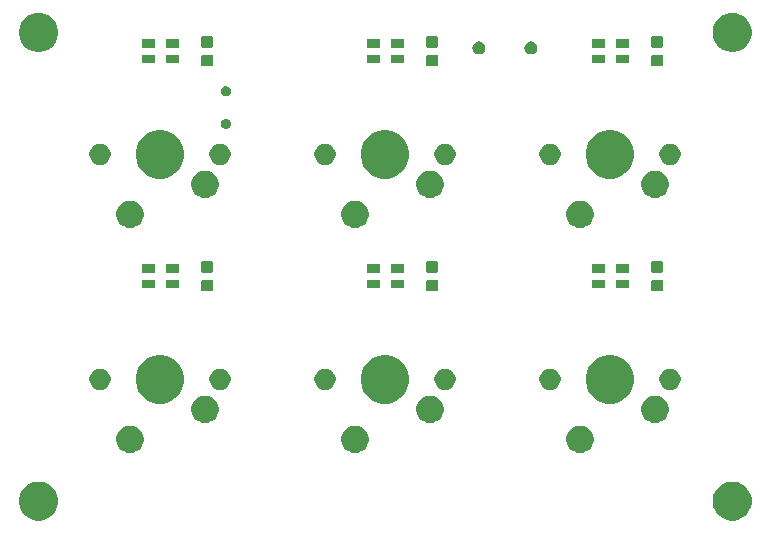
<source format=gts>
G04 #@! TF.GenerationSoftware,KiCad,Pcbnew,5.1.2-f72e74a~84~ubuntu18.04.1*
G04 #@! TF.CreationDate,2019-06-08T16:30:23+01:00*
G04 #@! TF.ProjectId,macro-kb,6d616372-6f2d-46b6-922e-6b696361645f,rev?*
G04 #@! TF.SameCoordinates,Original*
G04 #@! TF.FileFunction,Soldermask,Top*
G04 #@! TF.FilePolarity,Negative*
%FSLAX46Y46*%
G04 Gerber Fmt 4.6, Leading zero omitted, Abs format (unit mm)*
G04 Created by KiCad (PCBNEW 5.1.2-f72e74a~84~ubuntu18.04.1) date 2019-06-08 16:30:23*
%MOMM*%
%LPD*%
G04 APERTURE LIST*
%ADD10C,0.100000*%
G04 APERTURE END LIST*
D10*
G36*
X163760756Y-117961798D02*
G01*
X163867079Y-117982947D01*
X164167542Y-118107403D01*
X164437951Y-118288085D01*
X164667915Y-118518049D01*
X164848597Y-118788458D01*
X164973053Y-119088921D01*
X165036500Y-119407891D01*
X165036500Y-119733109D01*
X164973053Y-120052079D01*
X164848597Y-120352542D01*
X164667915Y-120622951D01*
X164437951Y-120852915D01*
X164167542Y-121033597D01*
X163867079Y-121158053D01*
X163760756Y-121179202D01*
X163548111Y-121221500D01*
X163222889Y-121221500D01*
X163010244Y-121179202D01*
X162903921Y-121158053D01*
X162603458Y-121033597D01*
X162333049Y-120852915D01*
X162103085Y-120622951D01*
X161922403Y-120352542D01*
X161797947Y-120052079D01*
X161734500Y-119733109D01*
X161734500Y-119407891D01*
X161797947Y-119088921D01*
X161922403Y-118788458D01*
X162103085Y-118518049D01*
X162333049Y-118288085D01*
X162603458Y-118107403D01*
X162903921Y-117982947D01*
X163010244Y-117961798D01*
X163222889Y-117919500D01*
X163548111Y-117919500D01*
X163760756Y-117961798D01*
X163760756Y-117961798D01*
G37*
G36*
X105023256Y-117961798D02*
G01*
X105129579Y-117982947D01*
X105430042Y-118107403D01*
X105700451Y-118288085D01*
X105930415Y-118518049D01*
X106111097Y-118788458D01*
X106235553Y-119088921D01*
X106299000Y-119407891D01*
X106299000Y-119733109D01*
X106235553Y-120052079D01*
X106111097Y-120352542D01*
X105930415Y-120622951D01*
X105700451Y-120852915D01*
X105430042Y-121033597D01*
X105129579Y-121158053D01*
X105023256Y-121179202D01*
X104810611Y-121221500D01*
X104485389Y-121221500D01*
X104272744Y-121179202D01*
X104166421Y-121158053D01*
X103865958Y-121033597D01*
X103595549Y-120852915D01*
X103365585Y-120622951D01*
X103184903Y-120352542D01*
X103060447Y-120052079D01*
X102997000Y-119733109D01*
X102997000Y-119407891D01*
X103060447Y-119088921D01*
X103184903Y-118788458D01*
X103365585Y-118518049D01*
X103595549Y-118288085D01*
X103865958Y-118107403D01*
X104166421Y-117982947D01*
X104272744Y-117961798D01*
X104485389Y-117919500D01*
X104810611Y-117919500D01*
X105023256Y-117961798D01*
X105023256Y-117961798D01*
G37*
G36*
X131669549Y-113202866D02*
G01*
X131780734Y-113224982D01*
X131990203Y-113311747D01*
X132178720Y-113437710D01*
X132339040Y-113598030D01*
X132465003Y-113786547D01*
X132551768Y-113996016D01*
X132596000Y-114218386D01*
X132596000Y-114445114D01*
X132551768Y-114667484D01*
X132465003Y-114876953D01*
X132339040Y-115065470D01*
X132178720Y-115225790D01*
X131990203Y-115351753D01*
X131780734Y-115438518D01*
X131669549Y-115460634D01*
X131558365Y-115482750D01*
X131331635Y-115482750D01*
X131220451Y-115460634D01*
X131109266Y-115438518D01*
X130899797Y-115351753D01*
X130711280Y-115225790D01*
X130550960Y-115065470D01*
X130424997Y-114876953D01*
X130338232Y-114667484D01*
X130294000Y-114445114D01*
X130294000Y-114218386D01*
X130338232Y-113996016D01*
X130424997Y-113786547D01*
X130550960Y-113598030D01*
X130711280Y-113437710D01*
X130899797Y-113311747D01*
X131109266Y-113224982D01*
X131220451Y-113202866D01*
X131331635Y-113180750D01*
X131558365Y-113180750D01*
X131669549Y-113202866D01*
X131669549Y-113202866D01*
G37*
G36*
X112619549Y-113202866D02*
G01*
X112730734Y-113224982D01*
X112940203Y-113311747D01*
X113128720Y-113437710D01*
X113289040Y-113598030D01*
X113415003Y-113786547D01*
X113501768Y-113996016D01*
X113546000Y-114218386D01*
X113546000Y-114445114D01*
X113501768Y-114667484D01*
X113415003Y-114876953D01*
X113289040Y-115065470D01*
X113128720Y-115225790D01*
X112940203Y-115351753D01*
X112730734Y-115438518D01*
X112619549Y-115460634D01*
X112508365Y-115482750D01*
X112281635Y-115482750D01*
X112170451Y-115460634D01*
X112059266Y-115438518D01*
X111849797Y-115351753D01*
X111661280Y-115225790D01*
X111500960Y-115065470D01*
X111374997Y-114876953D01*
X111288232Y-114667484D01*
X111244000Y-114445114D01*
X111244000Y-114218386D01*
X111288232Y-113996016D01*
X111374997Y-113786547D01*
X111500960Y-113598030D01*
X111661280Y-113437710D01*
X111849797Y-113311747D01*
X112059266Y-113224982D01*
X112170451Y-113202866D01*
X112281635Y-113180750D01*
X112508365Y-113180750D01*
X112619549Y-113202866D01*
X112619549Y-113202866D01*
G37*
G36*
X150719549Y-113202866D02*
G01*
X150830734Y-113224982D01*
X151040203Y-113311747D01*
X151228720Y-113437710D01*
X151389040Y-113598030D01*
X151515003Y-113786547D01*
X151601768Y-113996016D01*
X151646000Y-114218386D01*
X151646000Y-114445114D01*
X151601768Y-114667484D01*
X151515003Y-114876953D01*
X151389040Y-115065470D01*
X151228720Y-115225790D01*
X151040203Y-115351753D01*
X150830734Y-115438518D01*
X150719549Y-115460634D01*
X150608365Y-115482750D01*
X150381635Y-115482750D01*
X150270451Y-115460634D01*
X150159266Y-115438518D01*
X149949797Y-115351753D01*
X149761280Y-115225790D01*
X149600960Y-115065470D01*
X149474997Y-114876953D01*
X149388232Y-114667484D01*
X149344000Y-114445114D01*
X149344000Y-114218386D01*
X149388232Y-113996016D01*
X149474997Y-113786547D01*
X149600960Y-113598030D01*
X149761280Y-113437710D01*
X149949797Y-113311747D01*
X150159266Y-113224982D01*
X150270451Y-113202866D01*
X150381635Y-113180750D01*
X150608365Y-113180750D01*
X150719549Y-113202866D01*
X150719549Y-113202866D01*
G37*
G36*
X157069549Y-110662866D02*
G01*
X157180734Y-110684982D01*
X157390203Y-110771747D01*
X157578720Y-110897710D01*
X157739040Y-111058030D01*
X157865003Y-111246547D01*
X157951768Y-111456016D01*
X157996000Y-111678386D01*
X157996000Y-111905114D01*
X157951768Y-112127484D01*
X157865003Y-112336953D01*
X157739040Y-112525470D01*
X157578720Y-112685790D01*
X157390203Y-112811753D01*
X157180734Y-112898518D01*
X157069549Y-112920634D01*
X156958365Y-112942750D01*
X156731635Y-112942750D01*
X156620451Y-112920634D01*
X156509266Y-112898518D01*
X156299797Y-112811753D01*
X156111280Y-112685790D01*
X155950960Y-112525470D01*
X155824997Y-112336953D01*
X155738232Y-112127484D01*
X155694000Y-111905114D01*
X155694000Y-111678386D01*
X155738232Y-111456016D01*
X155824997Y-111246547D01*
X155950960Y-111058030D01*
X156111280Y-110897710D01*
X156299797Y-110771747D01*
X156509266Y-110684982D01*
X156620451Y-110662866D01*
X156731635Y-110640750D01*
X156958365Y-110640750D01*
X157069549Y-110662866D01*
X157069549Y-110662866D01*
G37*
G36*
X138019549Y-110662866D02*
G01*
X138130734Y-110684982D01*
X138340203Y-110771747D01*
X138528720Y-110897710D01*
X138689040Y-111058030D01*
X138815003Y-111246547D01*
X138901768Y-111456016D01*
X138946000Y-111678386D01*
X138946000Y-111905114D01*
X138901768Y-112127484D01*
X138815003Y-112336953D01*
X138689040Y-112525470D01*
X138528720Y-112685790D01*
X138340203Y-112811753D01*
X138130734Y-112898518D01*
X138019549Y-112920634D01*
X137908365Y-112942750D01*
X137681635Y-112942750D01*
X137570451Y-112920634D01*
X137459266Y-112898518D01*
X137249797Y-112811753D01*
X137061280Y-112685790D01*
X136900960Y-112525470D01*
X136774997Y-112336953D01*
X136688232Y-112127484D01*
X136644000Y-111905114D01*
X136644000Y-111678386D01*
X136688232Y-111456016D01*
X136774997Y-111246547D01*
X136900960Y-111058030D01*
X137061280Y-110897710D01*
X137249797Y-110771747D01*
X137459266Y-110684982D01*
X137570451Y-110662866D01*
X137681635Y-110640750D01*
X137908365Y-110640750D01*
X138019549Y-110662866D01*
X138019549Y-110662866D01*
G37*
G36*
X118969549Y-110662866D02*
G01*
X119080734Y-110684982D01*
X119290203Y-110771747D01*
X119478720Y-110897710D01*
X119639040Y-111058030D01*
X119765003Y-111246547D01*
X119851768Y-111456016D01*
X119896000Y-111678386D01*
X119896000Y-111905114D01*
X119851768Y-112127484D01*
X119765003Y-112336953D01*
X119639040Y-112525470D01*
X119478720Y-112685790D01*
X119290203Y-112811753D01*
X119080734Y-112898518D01*
X118969549Y-112920634D01*
X118858365Y-112942750D01*
X118631635Y-112942750D01*
X118520451Y-112920634D01*
X118409266Y-112898518D01*
X118199797Y-112811753D01*
X118011280Y-112685790D01*
X117850960Y-112525470D01*
X117724997Y-112336953D01*
X117638232Y-112127484D01*
X117594000Y-111905114D01*
X117594000Y-111678386D01*
X117638232Y-111456016D01*
X117724997Y-111246547D01*
X117850960Y-111058030D01*
X118011280Y-110897710D01*
X118199797Y-110771747D01*
X118409266Y-110684982D01*
X118520451Y-110662866D01*
X118631635Y-110640750D01*
X118858365Y-110640750D01*
X118969549Y-110662866D01*
X118969549Y-110662866D01*
G37*
G36*
X134583254Y-107279568D02*
G01*
X134956511Y-107434176D01*
X134956513Y-107434177D01*
X135292436Y-107658634D01*
X135578116Y-107944314D01*
X135802574Y-108280239D01*
X135957182Y-108653496D01*
X136036000Y-109049743D01*
X136036000Y-109453757D01*
X135957182Y-109850004D01*
X135802574Y-110223261D01*
X135802573Y-110223263D01*
X135578116Y-110559186D01*
X135292436Y-110844866D01*
X134956513Y-111069323D01*
X134956512Y-111069324D01*
X134956511Y-111069324D01*
X134583254Y-111223932D01*
X134187007Y-111302750D01*
X133782993Y-111302750D01*
X133386746Y-111223932D01*
X133013489Y-111069324D01*
X133013488Y-111069324D01*
X133013487Y-111069323D01*
X132677564Y-110844866D01*
X132391884Y-110559186D01*
X132167427Y-110223263D01*
X132167426Y-110223261D01*
X132012818Y-109850004D01*
X131934000Y-109453757D01*
X131934000Y-109049743D01*
X132012818Y-108653496D01*
X132167426Y-108280239D01*
X132391884Y-107944314D01*
X132677564Y-107658634D01*
X133013487Y-107434177D01*
X133013489Y-107434176D01*
X133386746Y-107279568D01*
X133782993Y-107200750D01*
X134187007Y-107200750D01*
X134583254Y-107279568D01*
X134583254Y-107279568D01*
G37*
G36*
X115533254Y-107279568D02*
G01*
X115906511Y-107434176D01*
X115906513Y-107434177D01*
X116242436Y-107658634D01*
X116528116Y-107944314D01*
X116752574Y-108280239D01*
X116907182Y-108653496D01*
X116986000Y-109049743D01*
X116986000Y-109453757D01*
X116907182Y-109850004D01*
X116752574Y-110223261D01*
X116752573Y-110223263D01*
X116528116Y-110559186D01*
X116242436Y-110844866D01*
X115906513Y-111069323D01*
X115906512Y-111069324D01*
X115906511Y-111069324D01*
X115533254Y-111223932D01*
X115137007Y-111302750D01*
X114732993Y-111302750D01*
X114336746Y-111223932D01*
X113963489Y-111069324D01*
X113963488Y-111069324D01*
X113963487Y-111069323D01*
X113627564Y-110844866D01*
X113341884Y-110559186D01*
X113117427Y-110223263D01*
X113117426Y-110223261D01*
X112962818Y-109850004D01*
X112884000Y-109453757D01*
X112884000Y-109049743D01*
X112962818Y-108653496D01*
X113117426Y-108280239D01*
X113341884Y-107944314D01*
X113627564Y-107658634D01*
X113963487Y-107434177D01*
X113963489Y-107434176D01*
X114336746Y-107279568D01*
X114732993Y-107200750D01*
X115137007Y-107200750D01*
X115533254Y-107279568D01*
X115533254Y-107279568D01*
G37*
G36*
X153633254Y-107279568D02*
G01*
X154006511Y-107434176D01*
X154006513Y-107434177D01*
X154342436Y-107658634D01*
X154628116Y-107944314D01*
X154852574Y-108280239D01*
X155007182Y-108653496D01*
X155086000Y-109049743D01*
X155086000Y-109453757D01*
X155007182Y-109850004D01*
X154852574Y-110223261D01*
X154852573Y-110223263D01*
X154628116Y-110559186D01*
X154342436Y-110844866D01*
X154006513Y-111069323D01*
X154006512Y-111069324D01*
X154006511Y-111069324D01*
X153633254Y-111223932D01*
X153237007Y-111302750D01*
X152832993Y-111302750D01*
X152436746Y-111223932D01*
X152063489Y-111069324D01*
X152063488Y-111069324D01*
X152063487Y-111069323D01*
X151727564Y-110844866D01*
X151441884Y-110559186D01*
X151217427Y-110223263D01*
X151217426Y-110223261D01*
X151062818Y-109850004D01*
X150984000Y-109453757D01*
X150984000Y-109049743D01*
X151062818Y-108653496D01*
X151217426Y-108280239D01*
X151441884Y-107944314D01*
X151727564Y-107658634D01*
X152063487Y-107434177D01*
X152063489Y-107434176D01*
X152436746Y-107279568D01*
X152832993Y-107200750D01*
X153237007Y-107200750D01*
X153633254Y-107279568D01*
X153633254Y-107279568D01*
G37*
G36*
X139178512Y-108355677D02*
G01*
X139327812Y-108385374D01*
X139491784Y-108453294D01*
X139639354Y-108551897D01*
X139764853Y-108677396D01*
X139863456Y-108824966D01*
X139931376Y-108988938D01*
X139966000Y-109163009D01*
X139966000Y-109340491D01*
X139931376Y-109514562D01*
X139863456Y-109678534D01*
X139764853Y-109826104D01*
X139639354Y-109951603D01*
X139491784Y-110050206D01*
X139327812Y-110118126D01*
X139178512Y-110147823D01*
X139153742Y-110152750D01*
X138976258Y-110152750D01*
X138951488Y-110147823D01*
X138802188Y-110118126D01*
X138638216Y-110050206D01*
X138490646Y-109951603D01*
X138365147Y-109826104D01*
X138266544Y-109678534D01*
X138198624Y-109514562D01*
X138164000Y-109340491D01*
X138164000Y-109163009D01*
X138198624Y-108988938D01*
X138266544Y-108824966D01*
X138365147Y-108677396D01*
X138490646Y-108551897D01*
X138638216Y-108453294D01*
X138802188Y-108385374D01*
X138951488Y-108355677D01*
X138976258Y-108350750D01*
X139153742Y-108350750D01*
X139178512Y-108355677D01*
X139178512Y-108355677D01*
G37*
G36*
X129018512Y-108355677D02*
G01*
X129167812Y-108385374D01*
X129331784Y-108453294D01*
X129479354Y-108551897D01*
X129604853Y-108677396D01*
X129703456Y-108824966D01*
X129771376Y-108988938D01*
X129806000Y-109163009D01*
X129806000Y-109340491D01*
X129771376Y-109514562D01*
X129703456Y-109678534D01*
X129604853Y-109826104D01*
X129479354Y-109951603D01*
X129331784Y-110050206D01*
X129167812Y-110118126D01*
X129018512Y-110147823D01*
X128993742Y-110152750D01*
X128816258Y-110152750D01*
X128791488Y-110147823D01*
X128642188Y-110118126D01*
X128478216Y-110050206D01*
X128330646Y-109951603D01*
X128205147Y-109826104D01*
X128106544Y-109678534D01*
X128038624Y-109514562D01*
X128004000Y-109340491D01*
X128004000Y-109163009D01*
X128038624Y-108988938D01*
X128106544Y-108824966D01*
X128205147Y-108677396D01*
X128330646Y-108551897D01*
X128478216Y-108453294D01*
X128642188Y-108385374D01*
X128791488Y-108355677D01*
X128816258Y-108350750D01*
X128993742Y-108350750D01*
X129018512Y-108355677D01*
X129018512Y-108355677D01*
G37*
G36*
X148068512Y-108355677D02*
G01*
X148217812Y-108385374D01*
X148381784Y-108453294D01*
X148529354Y-108551897D01*
X148654853Y-108677396D01*
X148753456Y-108824966D01*
X148821376Y-108988938D01*
X148856000Y-109163009D01*
X148856000Y-109340491D01*
X148821376Y-109514562D01*
X148753456Y-109678534D01*
X148654853Y-109826104D01*
X148529354Y-109951603D01*
X148381784Y-110050206D01*
X148217812Y-110118126D01*
X148068512Y-110147823D01*
X148043742Y-110152750D01*
X147866258Y-110152750D01*
X147841488Y-110147823D01*
X147692188Y-110118126D01*
X147528216Y-110050206D01*
X147380646Y-109951603D01*
X147255147Y-109826104D01*
X147156544Y-109678534D01*
X147088624Y-109514562D01*
X147054000Y-109340491D01*
X147054000Y-109163009D01*
X147088624Y-108988938D01*
X147156544Y-108824966D01*
X147255147Y-108677396D01*
X147380646Y-108551897D01*
X147528216Y-108453294D01*
X147692188Y-108385374D01*
X147841488Y-108355677D01*
X147866258Y-108350750D01*
X148043742Y-108350750D01*
X148068512Y-108355677D01*
X148068512Y-108355677D01*
G37*
G36*
X120128512Y-108355677D02*
G01*
X120277812Y-108385374D01*
X120441784Y-108453294D01*
X120589354Y-108551897D01*
X120714853Y-108677396D01*
X120813456Y-108824966D01*
X120881376Y-108988938D01*
X120916000Y-109163009D01*
X120916000Y-109340491D01*
X120881376Y-109514562D01*
X120813456Y-109678534D01*
X120714853Y-109826104D01*
X120589354Y-109951603D01*
X120441784Y-110050206D01*
X120277812Y-110118126D01*
X120128512Y-110147823D01*
X120103742Y-110152750D01*
X119926258Y-110152750D01*
X119901488Y-110147823D01*
X119752188Y-110118126D01*
X119588216Y-110050206D01*
X119440646Y-109951603D01*
X119315147Y-109826104D01*
X119216544Y-109678534D01*
X119148624Y-109514562D01*
X119114000Y-109340491D01*
X119114000Y-109163009D01*
X119148624Y-108988938D01*
X119216544Y-108824966D01*
X119315147Y-108677396D01*
X119440646Y-108551897D01*
X119588216Y-108453294D01*
X119752188Y-108385374D01*
X119901488Y-108355677D01*
X119926258Y-108350750D01*
X120103742Y-108350750D01*
X120128512Y-108355677D01*
X120128512Y-108355677D01*
G37*
G36*
X158228512Y-108355677D02*
G01*
X158377812Y-108385374D01*
X158541784Y-108453294D01*
X158689354Y-108551897D01*
X158814853Y-108677396D01*
X158913456Y-108824966D01*
X158981376Y-108988938D01*
X159016000Y-109163009D01*
X159016000Y-109340491D01*
X158981376Y-109514562D01*
X158913456Y-109678534D01*
X158814853Y-109826104D01*
X158689354Y-109951603D01*
X158541784Y-110050206D01*
X158377812Y-110118126D01*
X158228512Y-110147823D01*
X158203742Y-110152750D01*
X158026258Y-110152750D01*
X158001488Y-110147823D01*
X157852188Y-110118126D01*
X157688216Y-110050206D01*
X157540646Y-109951603D01*
X157415147Y-109826104D01*
X157316544Y-109678534D01*
X157248624Y-109514562D01*
X157214000Y-109340491D01*
X157214000Y-109163009D01*
X157248624Y-108988938D01*
X157316544Y-108824966D01*
X157415147Y-108677396D01*
X157540646Y-108551897D01*
X157688216Y-108453294D01*
X157852188Y-108385374D01*
X158001488Y-108355677D01*
X158026258Y-108350750D01*
X158203742Y-108350750D01*
X158228512Y-108355677D01*
X158228512Y-108355677D01*
G37*
G36*
X109968512Y-108355677D02*
G01*
X110117812Y-108385374D01*
X110281784Y-108453294D01*
X110429354Y-108551897D01*
X110554853Y-108677396D01*
X110653456Y-108824966D01*
X110721376Y-108988938D01*
X110756000Y-109163009D01*
X110756000Y-109340491D01*
X110721376Y-109514562D01*
X110653456Y-109678534D01*
X110554853Y-109826104D01*
X110429354Y-109951603D01*
X110281784Y-110050206D01*
X110117812Y-110118126D01*
X109968512Y-110147823D01*
X109943742Y-110152750D01*
X109766258Y-110152750D01*
X109741488Y-110147823D01*
X109592188Y-110118126D01*
X109428216Y-110050206D01*
X109280646Y-109951603D01*
X109155147Y-109826104D01*
X109056544Y-109678534D01*
X108988624Y-109514562D01*
X108954000Y-109340491D01*
X108954000Y-109163009D01*
X108988624Y-108988938D01*
X109056544Y-108824966D01*
X109155147Y-108677396D01*
X109280646Y-108551897D01*
X109428216Y-108453294D01*
X109592188Y-108385374D01*
X109741488Y-108355677D01*
X109766258Y-108350750D01*
X109943742Y-108350750D01*
X109968512Y-108355677D01*
X109968512Y-108355677D01*
G37*
G36*
X138365091Y-100829835D02*
G01*
X138399069Y-100840143D01*
X138430390Y-100856884D01*
X138457839Y-100879411D01*
X138480366Y-100906860D01*
X138497107Y-100938181D01*
X138507415Y-100972159D01*
X138511500Y-101013640D01*
X138511500Y-101614860D01*
X138507415Y-101656341D01*
X138497107Y-101690319D01*
X138480366Y-101721640D01*
X138457839Y-101749089D01*
X138430390Y-101771616D01*
X138399069Y-101788357D01*
X138365091Y-101798665D01*
X138323610Y-101802750D01*
X137647390Y-101802750D01*
X137605909Y-101798665D01*
X137571931Y-101788357D01*
X137540610Y-101771616D01*
X137513161Y-101749089D01*
X137490634Y-101721640D01*
X137473893Y-101690319D01*
X137463585Y-101656341D01*
X137459500Y-101614860D01*
X137459500Y-101013640D01*
X137463585Y-100972159D01*
X137473893Y-100938181D01*
X137490634Y-100906860D01*
X137513161Y-100879411D01*
X137540610Y-100856884D01*
X137571931Y-100840143D01*
X137605909Y-100829835D01*
X137647390Y-100825750D01*
X138323610Y-100825750D01*
X138365091Y-100829835D01*
X138365091Y-100829835D01*
G37*
G36*
X157415091Y-100823585D02*
G01*
X157449069Y-100833893D01*
X157480390Y-100850634D01*
X157507839Y-100873161D01*
X157530366Y-100900610D01*
X157547107Y-100931931D01*
X157557415Y-100965909D01*
X157561500Y-101007390D01*
X157561500Y-101608610D01*
X157557415Y-101650091D01*
X157547107Y-101684069D01*
X157530366Y-101715390D01*
X157507839Y-101742839D01*
X157480390Y-101765366D01*
X157449069Y-101782107D01*
X157415091Y-101792415D01*
X157373610Y-101796500D01*
X156697390Y-101796500D01*
X156655909Y-101792415D01*
X156621931Y-101782107D01*
X156590610Y-101765366D01*
X156563161Y-101742839D01*
X156540634Y-101715390D01*
X156523893Y-101684069D01*
X156513585Y-101650091D01*
X156509500Y-101608610D01*
X156509500Y-101007390D01*
X156513585Y-100965909D01*
X156523893Y-100931931D01*
X156540634Y-100900610D01*
X156563161Y-100873161D01*
X156590610Y-100850634D01*
X156621931Y-100833893D01*
X156655909Y-100823585D01*
X156697390Y-100819500D01*
X157373610Y-100819500D01*
X157415091Y-100823585D01*
X157415091Y-100823585D01*
G37*
G36*
X119315091Y-100823585D02*
G01*
X119349069Y-100833893D01*
X119380390Y-100850634D01*
X119407839Y-100873161D01*
X119430366Y-100900610D01*
X119447107Y-100931931D01*
X119457415Y-100965909D01*
X119461500Y-101007390D01*
X119461500Y-101608610D01*
X119457415Y-101650091D01*
X119447107Y-101684069D01*
X119430366Y-101715390D01*
X119407839Y-101742839D01*
X119380390Y-101765366D01*
X119349069Y-101782107D01*
X119315091Y-101792415D01*
X119273610Y-101796500D01*
X118597390Y-101796500D01*
X118555909Y-101792415D01*
X118521931Y-101782107D01*
X118490610Y-101765366D01*
X118463161Y-101742839D01*
X118440634Y-101715390D01*
X118423893Y-101684069D01*
X118413585Y-101650091D01*
X118409500Y-101608610D01*
X118409500Y-101007390D01*
X118413585Y-100965909D01*
X118423893Y-100931931D01*
X118440634Y-100900610D01*
X118463161Y-100873161D01*
X118490610Y-100850634D01*
X118521931Y-100833893D01*
X118555909Y-100823585D01*
X118597390Y-100819500D01*
X119273610Y-100819500D01*
X119315091Y-100823585D01*
X119315091Y-100823585D01*
G37*
G36*
X133567750Y-101521500D02*
G01*
X132465750Y-101521500D01*
X132465750Y-100819500D01*
X133567750Y-100819500D01*
X133567750Y-101521500D01*
X133567750Y-101521500D01*
G37*
G36*
X154617750Y-101521500D02*
G01*
X153515750Y-101521500D01*
X153515750Y-100819500D01*
X154617750Y-100819500D01*
X154617750Y-101521500D01*
X154617750Y-101521500D01*
G37*
G36*
X152617750Y-101521500D02*
G01*
X151515750Y-101521500D01*
X151515750Y-100819500D01*
X152617750Y-100819500D01*
X152617750Y-101521500D01*
X152617750Y-101521500D01*
G37*
G36*
X116517750Y-101521500D02*
G01*
X115415750Y-101521500D01*
X115415750Y-100819500D01*
X116517750Y-100819500D01*
X116517750Y-101521500D01*
X116517750Y-101521500D01*
G37*
G36*
X135567750Y-101521500D02*
G01*
X134465750Y-101521500D01*
X134465750Y-100819500D01*
X135567750Y-100819500D01*
X135567750Y-101521500D01*
X135567750Y-101521500D01*
G37*
G36*
X114517750Y-101521500D02*
G01*
X113415750Y-101521500D01*
X113415750Y-100819500D01*
X114517750Y-100819500D01*
X114517750Y-101521500D01*
X114517750Y-101521500D01*
G37*
G36*
X138365091Y-99254835D02*
G01*
X138399069Y-99265143D01*
X138430390Y-99281884D01*
X138457839Y-99304411D01*
X138480366Y-99331860D01*
X138497107Y-99363181D01*
X138507415Y-99397159D01*
X138511500Y-99438640D01*
X138511500Y-100039860D01*
X138507415Y-100081341D01*
X138497107Y-100115319D01*
X138480366Y-100146640D01*
X138457839Y-100174089D01*
X138430390Y-100196616D01*
X138399069Y-100213357D01*
X138365091Y-100223665D01*
X138323610Y-100227750D01*
X137647390Y-100227750D01*
X137605909Y-100223665D01*
X137571931Y-100213357D01*
X137540610Y-100196616D01*
X137513161Y-100174089D01*
X137490634Y-100146640D01*
X137473893Y-100115319D01*
X137463585Y-100081341D01*
X137459500Y-100039860D01*
X137459500Y-99438640D01*
X137463585Y-99397159D01*
X137473893Y-99363181D01*
X137490634Y-99331860D01*
X137513161Y-99304411D01*
X137540610Y-99281884D01*
X137571931Y-99265143D01*
X137605909Y-99254835D01*
X137647390Y-99250750D01*
X138323610Y-99250750D01*
X138365091Y-99254835D01*
X138365091Y-99254835D01*
G37*
G36*
X154617750Y-100221500D02*
G01*
X153515750Y-100221500D01*
X153515750Y-99519500D01*
X154617750Y-99519500D01*
X154617750Y-100221500D01*
X154617750Y-100221500D01*
G37*
G36*
X152617750Y-100221500D02*
G01*
X151515750Y-100221500D01*
X151515750Y-99519500D01*
X152617750Y-99519500D01*
X152617750Y-100221500D01*
X152617750Y-100221500D01*
G37*
G36*
X157415091Y-99248585D02*
G01*
X157449069Y-99258893D01*
X157480390Y-99275634D01*
X157507839Y-99298161D01*
X157530366Y-99325610D01*
X157547107Y-99356931D01*
X157557415Y-99390909D01*
X157561500Y-99432390D01*
X157561500Y-100033610D01*
X157557415Y-100075091D01*
X157547107Y-100109069D01*
X157530366Y-100140390D01*
X157507839Y-100167839D01*
X157480390Y-100190366D01*
X157449069Y-100207107D01*
X157415091Y-100217415D01*
X157373610Y-100221500D01*
X156697390Y-100221500D01*
X156655909Y-100217415D01*
X156621931Y-100207107D01*
X156590610Y-100190366D01*
X156563161Y-100167839D01*
X156540634Y-100140390D01*
X156523893Y-100109069D01*
X156513585Y-100075091D01*
X156509500Y-100033610D01*
X156509500Y-99432390D01*
X156513585Y-99390909D01*
X156523893Y-99356931D01*
X156540634Y-99325610D01*
X156563161Y-99298161D01*
X156590610Y-99275634D01*
X156621931Y-99258893D01*
X156655909Y-99248585D01*
X156697390Y-99244500D01*
X157373610Y-99244500D01*
X157415091Y-99248585D01*
X157415091Y-99248585D01*
G37*
G36*
X119315091Y-99248585D02*
G01*
X119349069Y-99258893D01*
X119380390Y-99275634D01*
X119407839Y-99298161D01*
X119430366Y-99325610D01*
X119447107Y-99356931D01*
X119457415Y-99390909D01*
X119461500Y-99432390D01*
X119461500Y-100033610D01*
X119457415Y-100075091D01*
X119447107Y-100109069D01*
X119430366Y-100140390D01*
X119407839Y-100167839D01*
X119380390Y-100190366D01*
X119349069Y-100207107D01*
X119315091Y-100217415D01*
X119273610Y-100221500D01*
X118597390Y-100221500D01*
X118555909Y-100217415D01*
X118521931Y-100207107D01*
X118490610Y-100190366D01*
X118463161Y-100167839D01*
X118440634Y-100140390D01*
X118423893Y-100109069D01*
X118413585Y-100075091D01*
X118409500Y-100033610D01*
X118409500Y-99432390D01*
X118413585Y-99390909D01*
X118423893Y-99356931D01*
X118440634Y-99325610D01*
X118463161Y-99298161D01*
X118490610Y-99275634D01*
X118521931Y-99258893D01*
X118555909Y-99248585D01*
X118597390Y-99244500D01*
X119273610Y-99244500D01*
X119315091Y-99248585D01*
X119315091Y-99248585D01*
G37*
G36*
X116517750Y-100221500D02*
G01*
X115415750Y-100221500D01*
X115415750Y-99519500D01*
X116517750Y-99519500D01*
X116517750Y-100221500D01*
X116517750Y-100221500D01*
G37*
G36*
X114517750Y-100221500D02*
G01*
X113415750Y-100221500D01*
X113415750Y-99519500D01*
X114517750Y-99519500D01*
X114517750Y-100221500D01*
X114517750Y-100221500D01*
G37*
G36*
X133567750Y-100221500D02*
G01*
X132465750Y-100221500D01*
X132465750Y-99519500D01*
X133567750Y-99519500D01*
X133567750Y-100221500D01*
X133567750Y-100221500D01*
G37*
G36*
X135567750Y-100221500D02*
G01*
X134465750Y-100221500D01*
X134465750Y-99519500D01*
X135567750Y-99519500D01*
X135567750Y-100221500D01*
X135567750Y-100221500D01*
G37*
G36*
X112619549Y-94152866D02*
G01*
X112730734Y-94174982D01*
X112940203Y-94261747D01*
X113128720Y-94387710D01*
X113289040Y-94548030D01*
X113415003Y-94736547D01*
X113501768Y-94946016D01*
X113546000Y-95168386D01*
X113546000Y-95395114D01*
X113501768Y-95617484D01*
X113415003Y-95826953D01*
X113289040Y-96015470D01*
X113128720Y-96175790D01*
X112940203Y-96301753D01*
X112730734Y-96388518D01*
X112619549Y-96410634D01*
X112508365Y-96432750D01*
X112281635Y-96432750D01*
X112170451Y-96410634D01*
X112059266Y-96388518D01*
X111849797Y-96301753D01*
X111661280Y-96175790D01*
X111500960Y-96015470D01*
X111374997Y-95826953D01*
X111288232Y-95617484D01*
X111244000Y-95395114D01*
X111244000Y-95168386D01*
X111288232Y-94946016D01*
X111374997Y-94736547D01*
X111500960Y-94548030D01*
X111661280Y-94387710D01*
X111849797Y-94261747D01*
X112059266Y-94174982D01*
X112170451Y-94152866D01*
X112281635Y-94130750D01*
X112508365Y-94130750D01*
X112619549Y-94152866D01*
X112619549Y-94152866D01*
G37*
G36*
X131669549Y-94152866D02*
G01*
X131780734Y-94174982D01*
X131990203Y-94261747D01*
X132178720Y-94387710D01*
X132339040Y-94548030D01*
X132465003Y-94736547D01*
X132551768Y-94946016D01*
X132596000Y-95168386D01*
X132596000Y-95395114D01*
X132551768Y-95617484D01*
X132465003Y-95826953D01*
X132339040Y-96015470D01*
X132178720Y-96175790D01*
X131990203Y-96301753D01*
X131780734Y-96388518D01*
X131669549Y-96410634D01*
X131558365Y-96432750D01*
X131331635Y-96432750D01*
X131220451Y-96410634D01*
X131109266Y-96388518D01*
X130899797Y-96301753D01*
X130711280Y-96175790D01*
X130550960Y-96015470D01*
X130424997Y-95826953D01*
X130338232Y-95617484D01*
X130294000Y-95395114D01*
X130294000Y-95168386D01*
X130338232Y-94946016D01*
X130424997Y-94736547D01*
X130550960Y-94548030D01*
X130711280Y-94387710D01*
X130899797Y-94261747D01*
X131109266Y-94174982D01*
X131220451Y-94152866D01*
X131331635Y-94130750D01*
X131558365Y-94130750D01*
X131669549Y-94152866D01*
X131669549Y-94152866D01*
G37*
G36*
X150719549Y-94152866D02*
G01*
X150830734Y-94174982D01*
X151040203Y-94261747D01*
X151228720Y-94387710D01*
X151389040Y-94548030D01*
X151515003Y-94736547D01*
X151601768Y-94946016D01*
X151646000Y-95168386D01*
X151646000Y-95395114D01*
X151601768Y-95617484D01*
X151515003Y-95826953D01*
X151389040Y-96015470D01*
X151228720Y-96175790D01*
X151040203Y-96301753D01*
X150830734Y-96388518D01*
X150719549Y-96410634D01*
X150608365Y-96432750D01*
X150381635Y-96432750D01*
X150270451Y-96410634D01*
X150159266Y-96388518D01*
X149949797Y-96301753D01*
X149761280Y-96175790D01*
X149600960Y-96015470D01*
X149474997Y-95826953D01*
X149388232Y-95617484D01*
X149344000Y-95395114D01*
X149344000Y-95168386D01*
X149388232Y-94946016D01*
X149474997Y-94736547D01*
X149600960Y-94548030D01*
X149761280Y-94387710D01*
X149949797Y-94261747D01*
X150159266Y-94174982D01*
X150270451Y-94152866D01*
X150381635Y-94130750D01*
X150608365Y-94130750D01*
X150719549Y-94152866D01*
X150719549Y-94152866D01*
G37*
G36*
X157069549Y-91612866D02*
G01*
X157180734Y-91634982D01*
X157390203Y-91721747D01*
X157578720Y-91847710D01*
X157739040Y-92008030D01*
X157865003Y-92196547D01*
X157951768Y-92406016D01*
X157996000Y-92628386D01*
X157996000Y-92855114D01*
X157951768Y-93077484D01*
X157865003Y-93286953D01*
X157739040Y-93475470D01*
X157578720Y-93635790D01*
X157390203Y-93761753D01*
X157180734Y-93848518D01*
X157069549Y-93870634D01*
X156958365Y-93892750D01*
X156731635Y-93892750D01*
X156620451Y-93870634D01*
X156509266Y-93848518D01*
X156299797Y-93761753D01*
X156111280Y-93635790D01*
X155950960Y-93475470D01*
X155824997Y-93286953D01*
X155738232Y-93077484D01*
X155694000Y-92855114D01*
X155694000Y-92628386D01*
X155738232Y-92406016D01*
X155824997Y-92196547D01*
X155950960Y-92008030D01*
X156111280Y-91847710D01*
X156299797Y-91721747D01*
X156509266Y-91634982D01*
X156620451Y-91612866D01*
X156731635Y-91590750D01*
X156958365Y-91590750D01*
X157069549Y-91612866D01*
X157069549Y-91612866D01*
G37*
G36*
X138019549Y-91612866D02*
G01*
X138130734Y-91634982D01*
X138340203Y-91721747D01*
X138528720Y-91847710D01*
X138689040Y-92008030D01*
X138815003Y-92196547D01*
X138901768Y-92406016D01*
X138946000Y-92628386D01*
X138946000Y-92855114D01*
X138901768Y-93077484D01*
X138815003Y-93286953D01*
X138689040Y-93475470D01*
X138528720Y-93635790D01*
X138340203Y-93761753D01*
X138130734Y-93848518D01*
X138019549Y-93870634D01*
X137908365Y-93892750D01*
X137681635Y-93892750D01*
X137570451Y-93870634D01*
X137459266Y-93848518D01*
X137249797Y-93761753D01*
X137061280Y-93635790D01*
X136900960Y-93475470D01*
X136774997Y-93286953D01*
X136688232Y-93077484D01*
X136644000Y-92855114D01*
X136644000Y-92628386D01*
X136688232Y-92406016D01*
X136774997Y-92196547D01*
X136900960Y-92008030D01*
X137061280Y-91847710D01*
X137249797Y-91721747D01*
X137459266Y-91634982D01*
X137570451Y-91612866D01*
X137681635Y-91590750D01*
X137908365Y-91590750D01*
X138019549Y-91612866D01*
X138019549Y-91612866D01*
G37*
G36*
X118969549Y-91612866D02*
G01*
X119080734Y-91634982D01*
X119290203Y-91721747D01*
X119478720Y-91847710D01*
X119639040Y-92008030D01*
X119765003Y-92196547D01*
X119851768Y-92406016D01*
X119896000Y-92628386D01*
X119896000Y-92855114D01*
X119851768Y-93077484D01*
X119765003Y-93286953D01*
X119639040Y-93475470D01*
X119478720Y-93635790D01*
X119290203Y-93761753D01*
X119080734Y-93848518D01*
X118969549Y-93870634D01*
X118858365Y-93892750D01*
X118631635Y-93892750D01*
X118520451Y-93870634D01*
X118409266Y-93848518D01*
X118199797Y-93761753D01*
X118011280Y-93635790D01*
X117850960Y-93475470D01*
X117724997Y-93286953D01*
X117638232Y-93077484D01*
X117594000Y-92855114D01*
X117594000Y-92628386D01*
X117638232Y-92406016D01*
X117724997Y-92196547D01*
X117850960Y-92008030D01*
X118011280Y-91847710D01*
X118199797Y-91721747D01*
X118409266Y-91634982D01*
X118520451Y-91612866D01*
X118631635Y-91590750D01*
X118858365Y-91590750D01*
X118969549Y-91612866D01*
X118969549Y-91612866D01*
G37*
G36*
X134583254Y-88229568D02*
G01*
X134956511Y-88384176D01*
X134956513Y-88384177D01*
X135292436Y-88608634D01*
X135578116Y-88894314D01*
X135802574Y-89230239D01*
X135957182Y-89603496D01*
X136036000Y-89999743D01*
X136036000Y-90403757D01*
X135957182Y-90800004D01*
X135802574Y-91173261D01*
X135802573Y-91173263D01*
X135578116Y-91509186D01*
X135292436Y-91794866D01*
X134956513Y-92019323D01*
X134956512Y-92019324D01*
X134956511Y-92019324D01*
X134583254Y-92173932D01*
X134187007Y-92252750D01*
X133782993Y-92252750D01*
X133386746Y-92173932D01*
X133013489Y-92019324D01*
X133013488Y-92019324D01*
X133013487Y-92019323D01*
X132677564Y-91794866D01*
X132391884Y-91509186D01*
X132167427Y-91173263D01*
X132167426Y-91173261D01*
X132012818Y-90800004D01*
X131934000Y-90403757D01*
X131934000Y-89999743D01*
X132012818Y-89603496D01*
X132167426Y-89230239D01*
X132391884Y-88894314D01*
X132677564Y-88608634D01*
X133013487Y-88384177D01*
X133013489Y-88384176D01*
X133386746Y-88229568D01*
X133782993Y-88150750D01*
X134187007Y-88150750D01*
X134583254Y-88229568D01*
X134583254Y-88229568D01*
G37*
G36*
X153633254Y-88229568D02*
G01*
X154006511Y-88384176D01*
X154006513Y-88384177D01*
X154342436Y-88608634D01*
X154628116Y-88894314D01*
X154852574Y-89230239D01*
X155007182Y-89603496D01*
X155086000Y-89999743D01*
X155086000Y-90403757D01*
X155007182Y-90800004D01*
X154852574Y-91173261D01*
X154852573Y-91173263D01*
X154628116Y-91509186D01*
X154342436Y-91794866D01*
X154006513Y-92019323D01*
X154006512Y-92019324D01*
X154006511Y-92019324D01*
X153633254Y-92173932D01*
X153237007Y-92252750D01*
X152832993Y-92252750D01*
X152436746Y-92173932D01*
X152063489Y-92019324D01*
X152063488Y-92019324D01*
X152063487Y-92019323D01*
X151727564Y-91794866D01*
X151441884Y-91509186D01*
X151217427Y-91173263D01*
X151217426Y-91173261D01*
X151062818Y-90800004D01*
X150984000Y-90403757D01*
X150984000Y-89999743D01*
X151062818Y-89603496D01*
X151217426Y-89230239D01*
X151441884Y-88894314D01*
X151727564Y-88608634D01*
X152063487Y-88384177D01*
X152063489Y-88384176D01*
X152436746Y-88229568D01*
X152832993Y-88150750D01*
X153237007Y-88150750D01*
X153633254Y-88229568D01*
X153633254Y-88229568D01*
G37*
G36*
X115533254Y-88229568D02*
G01*
X115906511Y-88384176D01*
X115906513Y-88384177D01*
X116242436Y-88608634D01*
X116528116Y-88894314D01*
X116752574Y-89230239D01*
X116907182Y-89603496D01*
X116986000Y-89999743D01*
X116986000Y-90403757D01*
X116907182Y-90800004D01*
X116752574Y-91173261D01*
X116752573Y-91173263D01*
X116528116Y-91509186D01*
X116242436Y-91794866D01*
X115906513Y-92019323D01*
X115906512Y-92019324D01*
X115906511Y-92019324D01*
X115533254Y-92173932D01*
X115137007Y-92252750D01*
X114732993Y-92252750D01*
X114336746Y-92173932D01*
X113963489Y-92019324D01*
X113963488Y-92019324D01*
X113963487Y-92019323D01*
X113627564Y-91794866D01*
X113341884Y-91509186D01*
X113117427Y-91173263D01*
X113117426Y-91173261D01*
X112962818Y-90800004D01*
X112884000Y-90403757D01*
X112884000Y-89999743D01*
X112962818Y-89603496D01*
X113117426Y-89230239D01*
X113341884Y-88894314D01*
X113627564Y-88608634D01*
X113963487Y-88384177D01*
X113963489Y-88384176D01*
X114336746Y-88229568D01*
X114732993Y-88150750D01*
X115137007Y-88150750D01*
X115533254Y-88229568D01*
X115533254Y-88229568D01*
G37*
G36*
X148068512Y-89305677D02*
G01*
X148217812Y-89335374D01*
X148381784Y-89403294D01*
X148529354Y-89501897D01*
X148654853Y-89627396D01*
X148753456Y-89774966D01*
X148821376Y-89938938D01*
X148856000Y-90113009D01*
X148856000Y-90290491D01*
X148821376Y-90464562D01*
X148753456Y-90628534D01*
X148654853Y-90776104D01*
X148529354Y-90901603D01*
X148381784Y-91000206D01*
X148217812Y-91068126D01*
X148068512Y-91097823D01*
X148043742Y-91102750D01*
X147866258Y-91102750D01*
X147841488Y-91097823D01*
X147692188Y-91068126D01*
X147528216Y-91000206D01*
X147380646Y-90901603D01*
X147255147Y-90776104D01*
X147156544Y-90628534D01*
X147088624Y-90464562D01*
X147054000Y-90290491D01*
X147054000Y-90113009D01*
X147088624Y-89938938D01*
X147156544Y-89774966D01*
X147255147Y-89627396D01*
X147380646Y-89501897D01*
X147528216Y-89403294D01*
X147692188Y-89335374D01*
X147841488Y-89305677D01*
X147866258Y-89300750D01*
X148043742Y-89300750D01*
X148068512Y-89305677D01*
X148068512Y-89305677D01*
G37*
G36*
X109968512Y-89305677D02*
G01*
X110117812Y-89335374D01*
X110281784Y-89403294D01*
X110429354Y-89501897D01*
X110554853Y-89627396D01*
X110653456Y-89774966D01*
X110721376Y-89938938D01*
X110756000Y-90113009D01*
X110756000Y-90290491D01*
X110721376Y-90464562D01*
X110653456Y-90628534D01*
X110554853Y-90776104D01*
X110429354Y-90901603D01*
X110281784Y-91000206D01*
X110117812Y-91068126D01*
X109968512Y-91097823D01*
X109943742Y-91102750D01*
X109766258Y-91102750D01*
X109741488Y-91097823D01*
X109592188Y-91068126D01*
X109428216Y-91000206D01*
X109280646Y-90901603D01*
X109155147Y-90776104D01*
X109056544Y-90628534D01*
X108988624Y-90464562D01*
X108954000Y-90290491D01*
X108954000Y-90113009D01*
X108988624Y-89938938D01*
X109056544Y-89774966D01*
X109155147Y-89627396D01*
X109280646Y-89501897D01*
X109428216Y-89403294D01*
X109592188Y-89335374D01*
X109741488Y-89305677D01*
X109766258Y-89300750D01*
X109943742Y-89300750D01*
X109968512Y-89305677D01*
X109968512Y-89305677D01*
G37*
G36*
X158228512Y-89305677D02*
G01*
X158377812Y-89335374D01*
X158541784Y-89403294D01*
X158689354Y-89501897D01*
X158814853Y-89627396D01*
X158913456Y-89774966D01*
X158981376Y-89938938D01*
X159016000Y-90113009D01*
X159016000Y-90290491D01*
X158981376Y-90464562D01*
X158913456Y-90628534D01*
X158814853Y-90776104D01*
X158689354Y-90901603D01*
X158541784Y-91000206D01*
X158377812Y-91068126D01*
X158228512Y-91097823D01*
X158203742Y-91102750D01*
X158026258Y-91102750D01*
X158001488Y-91097823D01*
X157852188Y-91068126D01*
X157688216Y-91000206D01*
X157540646Y-90901603D01*
X157415147Y-90776104D01*
X157316544Y-90628534D01*
X157248624Y-90464562D01*
X157214000Y-90290491D01*
X157214000Y-90113009D01*
X157248624Y-89938938D01*
X157316544Y-89774966D01*
X157415147Y-89627396D01*
X157540646Y-89501897D01*
X157688216Y-89403294D01*
X157852188Y-89335374D01*
X158001488Y-89305677D01*
X158026258Y-89300750D01*
X158203742Y-89300750D01*
X158228512Y-89305677D01*
X158228512Y-89305677D01*
G37*
G36*
X139178512Y-89305677D02*
G01*
X139327812Y-89335374D01*
X139491784Y-89403294D01*
X139639354Y-89501897D01*
X139764853Y-89627396D01*
X139863456Y-89774966D01*
X139931376Y-89938938D01*
X139966000Y-90113009D01*
X139966000Y-90290491D01*
X139931376Y-90464562D01*
X139863456Y-90628534D01*
X139764853Y-90776104D01*
X139639354Y-90901603D01*
X139491784Y-91000206D01*
X139327812Y-91068126D01*
X139178512Y-91097823D01*
X139153742Y-91102750D01*
X138976258Y-91102750D01*
X138951488Y-91097823D01*
X138802188Y-91068126D01*
X138638216Y-91000206D01*
X138490646Y-90901603D01*
X138365147Y-90776104D01*
X138266544Y-90628534D01*
X138198624Y-90464562D01*
X138164000Y-90290491D01*
X138164000Y-90113009D01*
X138198624Y-89938938D01*
X138266544Y-89774966D01*
X138365147Y-89627396D01*
X138490646Y-89501897D01*
X138638216Y-89403294D01*
X138802188Y-89335374D01*
X138951488Y-89305677D01*
X138976258Y-89300750D01*
X139153742Y-89300750D01*
X139178512Y-89305677D01*
X139178512Y-89305677D01*
G37*
G36*
X129018512Y-89305677D02*
G01*
X129167812Y-89335374D01*
X129331784Y-89403294D01*
X129479354Y-89501897D01*
X129604853Y-89627396D01*
X129703456Y-89774966D01*
X129771376Y-89938938D01*
X129806000Y-90113009D01*
X129806000Y-90290491D01*
X129771376Y-90464562D01*
X129703456Y-90628534D01*
X129604853Y-90776104D01*
X129479354Y-90901603D01*
X129331784Y-91000206D01*
X129167812Y-91068126D01*
X129018512Y-91097823D01*
X128993742Y-91102750D01*
X128816258Y-91102750D01*
X128791488Y-91097823D01*
X128642188Y-91068126D01*
X128478216Y-91000206D01*
X128330646Y-90901603D01*
X128205147Y-90776104D01*
X128106544Y-90628534D01*
X128038624Y-90464562D01*
X128004000Y-90290491D01*
X128004000Y-90113009D01*
X128038624Y-89938938D01*
X128106544Y-89774966D01*
X128205147Y-89627396D01*
X128330646Y-89501897D01*
X128478216Y-89403294D01*
X128642188Y-89335374D01*
X128791488Y-89305677D01*
X128816258Y-89300750D01*
X128993742Y-89300750D01*
X129018512Y-89305677D01*
X129018512Y-89305677D01*
G37*
G36*
X120128512Y-89305677D02*
G01*
X120277812Y-89335374D01*
X120441784Y-89403294D01*
X120589354Y-89501897D01*
X120714853Y-89627396D01*
X120813456Y-89774966D01*
X120881376Y-89938938D01*
X120916000Y-90113009D01*
X120916000Y-90290491D01*
X120881376Y-90464562D01*
X120813456Y-90628534D01*
X120714853Y-90776104D01*
X120589354Y-90901603D01*
X120441784Y-91000206D01*
X120277812Y-91068126D01*
X120128512Y-91097823D01*
X120103742Y-91102750D01*
X119926258Y-91102750D01*
X119901488Y-91097823D01*
X119752188Y-91068126D01*
X119588216Y-91000206D01*
X119440646Y-90901603D01*
X119315147Y-90776104D01*
X119216544Y-90628534D01*
X119148624Y-90464562D01*
X119114000Y-90290491D01*
X119114000Y-90113009D01*
X119148624Y-89938938D01*
X119216544Y-89774966D01*
X119315147Y-89627396D01*
X119440646Y-89501897D01*
X119588216Y-89403294D01*
X119752188Y-89335374D01*
X119901488Y-89305677D01*
X119926258Y-89300750D01*
X120103742Y-89300750D01*
X120128512Y-89305677D01*
X120128512Y-89305677D01*
G37*
G36*
X120647260Y-87198371D02*
G01*
X120681071Y-87212376D01*
X120724784Y-87230482D01*
X120724787Y-87230484D01*
X120794559Y-87277104D01*
X120853896Y-87336441D01*
X120853897Y-87336443D01*
X120900518Y-87406216D01*
X120918624Y-87449929D01*
X120932629Y-87483740D01*
X120949000Y-87566043D01*
X120949000Y-87649957D01*
X120932629Y-87732260D01*
X120918624Y-87766071D01*
X120900518Y-87809784D01*
X120900516Y-87809787D01*
X120853896Y-87879559D01*
X120794559Y-87938896D01*
X120724787Y-87985516D01*
X120724784Y-87985518D01*
X120681071Y-88003624D01*
X120647260Y-88017629D01*
X120564957Y-88034000D01*
X120481043Y-88034000D01*
X120398740Y-88017629D01*
X120364929Y-88003624D01*
X120321216Y-87985518D01*
X120321213Y-87985516D01*
X120251441Y-87938896D01*
X120192104Y-87879559D01*
X120145484Y-87809787D01*
X120145482Y-87809784D01*
X120127376Y-87766071D01*
X120113371Y-87732260D01*
X120097000Y-87649957D01*
X120097000Y-87566043D01*
X120113371Y-87483740D01*
X120127376Y-87449929D01*
X120145482Y-87406216D01*
X120192103Y-87336443D01*
X120192104Y-87336441D01*
X120251441Y-87277104D01*
X120321213Y-87230484D01*
X120321216Y-87230482D01*
X120364929Y-87212376D01*
X120398740Y-87198371D01*
X120481043Y-87182000D01*
X120564957Y-87182000D01*
X120647260Y-87198371D01*
X120647260Y-87198371D01*
G37*
G36*
X120647260Y-84448371D02*
G01*
X120681071Y-84462376D01*
X120724784Y-84480482D01*
X120724787Y-84480484D01*
X120794559Y-84527104D01*
X120853896Y-84586441D01*
X120853897Y-84586443D01*
X120900518Y-84656216D01*
X120918624Y-84699929D01*
X120932629Y-84733740D01*
X120949000Y-84816043D01*
X120949000Y-84899957D01*
X120932629Y-84982260D01*
X120918624Y-85016071D01*
X120900518Y-85059784D01*
X120900516Y-85059787D01*
X120853896Y-85129559D01*
X120794559Y-85188896D01*
X120724787Y-85235516D01*
X120724784Y-85235518D01*
X120681071Y-85253624D01*
X120647260Y-85267629D01*
X120564957Y-85284000D01*
X120481043Y-85284000D01*
X120398740Y-85267629D01*
X120364929Y-85253624D01*
X120321216Y-85235518D01*
X120321213Y-85235516D01*
X120251441Y-85188896D01*
X120192104Y-85129559D01*
X120145484Y-85059787D01*
X120145482Y-85059784D01*
X120127376Y-85016071D01*
X120113371Y-84982260D01*
X120097000Y-84899957D01*
X120097000Y-84816043D01*
X120113371Y-84733740D01*
X120127376Y-84699929D01*
X120145482Y-84656216D01*
X120192103Y-84586443D01*
X120192104Y-84586441D01*
X120251441Y-84527104D01*
X120321213Y-84480484D01*
X120321216Y-84480482D01*
X120364929Y-84462376D01*
X120398740Y-84448371D01*
X120481043Y-84432000D01*
X120564957Y-84432000D01*
X120647260Y-84448371D01*
X120647260Y-84448371D01*
G37*
G36*
X157415091Y-81773585D02*
G01*
X157449069Y-81783893D01*
X157480390Y-81800634D01*
X157507839Y-81823161D01*
X157530366Y-81850610D01*
X157547107Y-81881931D01*
X157557415Y-81915909D01*
X157561500Y-81957390D01*
X157561500Y-82558610D01*
X157557415Y-82600091D01*
X157547107Y-82634069D01*
X157530366Y-82665390D01*
X157507839Y-82692839D01*
X157480390Y-82715366D01*
X157449069Y-82732107D01*
X157415091Y-82742415D01*
X157373610Y-82746500D01*
X156697390Y-82746500D01*
X156655909Y-82742415D01*
X156621931Y-82732107D01*
X156590610Y-82715366D01*
X156563161Y-82692839D01*
X156540634Y-82665390D01*
X156523893Y-82634069D01*
X156513585Y-82600091D01*
X156509500Y-82558610D01*
X156509500Y-81957390D01*
X156513585Y-81915909D01*
X156523893Y-81881931D01*
X156540634Y-81850610D01*
X156563161Y-81823161D01*
X156590610Y-81800634D01*
X156621931Y-81783893D01*
X156655909Y-81773585D01*
X156697390Y-81769500D01*
X157373610Y-81769500D01*
X157415091Y-81773585D01*
X157415091Y-81773585D01*
G37*
G36*
X138365091Y-81773585D02*
G01*
X138399069Y-81783893D01*
X138430390Y-81800634D01*
X138457839Y-81823161D01*
X138480366Y-81850610D01*
X138497107Y-81881931D01*
X138507415Y-81915909D01*
X138511500Y-81957390D01*
X138511500Y-82558610D01*
X138507415Y-82600091D01*
X138497107Y-82634069D01*
X138480366Y-82665390D01*
X138457839Y-82692839D01*
X138430390Y-82715366D01*
X138399069Y-82732107D01*
X138365091Y-82742415D01*
X138323610Y-82746500D01*
X137647390Y-82746500D01*
X137605909Y-82742415D01*
X137571931Y-82732107D01*
X137540610Y-82715366D01*
X137513161Y-82692839D01*
X137490634Y-82665390D01*
X137473893Y-82634069D01*
X137463585Y-82600091D01*
X137459500Y-82558610D01*
X137459500Y-81957390D01*
X137463585Y-81915909D01*
X137473893Y-81881931D01*
X137490634Y-81850610D01*
X137513161Y-81823161D01*
X137540610Y-81800634D01*
X137571931Y-81783893D01*
X137605909Y-81773585D01*
X137647390Y-81769500D01*
X138323610Y-81769500D01*
X138365091Y-81773585D01*
X138365091Y-81773585D01*
G37*
G36*
X119315091Y-81773585D02*
G01*
X119349069Y-81783893D01*
X119380390Y-81800634D01*
X119407839Y-81823161D01*
X119430366Y-81850610D01*
X119447107Y-81881931D01*
X119457415Y-81915909D01*
X119461500Y-81957390D01*
X119461500Y-82558610D01*
X119457415Y-82600091D01*
X119447107Y-82634069D01*
X119430366Y-82665390D01*
X119407839Y-82692839D01*
X119380390Y-82715366D01*
X119349069Y-82732107D01*
X119315091Y-82742415D01*
X119273610Y-82746500D01*
X118597390Y-82746500D01*
X118555909Y-82742415D01*
X118521931Y-82732107D01*
X118490610Y-82715366D01*
X118463161Y-82692839D01*
X118440634Y-82665390D01*
X118423893Y-82634069D01*
X118413585Y-82600091D01*
X118409500Y-82558610D01*
X118409500Y-81957390D01*
X118413585Y-81915909D01*
X118423893Y-81881931D01*
X118440634Y-81850610D01*
X118463161Y-81823161D01*
X118490610Y-81800634D01*
X118521931Y-81783893D01*
X118555909Y-81773585D01*
X118597390Y-81769500D01*
X119273610Y-81769500D01*
X119315091Y-81773585D01*
X119315091Y-81773585D01*
G37*
G36*
X152617750Y-82471500D02*
G01*
X151515750Y-82471500D01*
X151515750Y-81769500D01*
X152617750Y-81769500D01*
X152617750Y-82471500D01*
X152617750Y-82471500D01*
G37*
G36*
X135567750Y-82471500D02*
G01*
X134465750Y-82471500D01*
X134465750Y-81769500D01*
X135567750Y-81769500D01*
X135567750Y-82471500D01*
X135567750Y-82471500D01*
G37*
G36*
X114517750Y-82471500D02*
G01*
X113415750Y-82471500D01*
X113415750Y-81769500D01*
X114517750Y-81769500D01*
X114517750Y-82471500D01*
X114517750Y-82471500D01*
G37*
G36*
X133567750Y-82471500D02*
G01*
X132465750Y-82471500D01*
X132465750Y-81769500D01*
X133567750Y-81769500D01*
X133567750Y-82471500D01*
X133567750Y-82471500D01*
G37*
G36*
X116517750Y-82471500D02*
G01*
X115415750Y-82471500D01*
X115415750Y-81769500D01*
X116517750Y-81769500D01*
X116517750Y-82471500D01*
X116517750Y-82471500D01*
G37*
G36*
X154617750Y-82471500D02*
G01*
X153515750Y-82471500D01*
X153515750Y-81769500D01*
X154617750Y-81769500D01*
X154617750Y-82471500D01*
X154617750Y-82471500D01*
G37*
G36*
X146505721Y-80654924D02*
G01*
X146605995Y-80696459D01*
X146605996Y-80696460D01*
X146696242Y-80756760D01*
X146772990Y-80833508D01*
X146772991Y-80833510D01*
X146833291Y-80923755D01*
X146874826Y-81024029D01*
X146896000Y-81130480D01*
X146896000Y-81239020D01*
X146874826Y-81345471D01*
X146833291Y-81445745D01*
X146833290Y-81445746D01*
X146772990Y-81535992D01*
X146696242Y-81612740D01*
X146650812Y-81643095D01*
X146605995Y-81673041D01*
X146505721Y-81714576D01*
X146399270Y-81735750D01*
X146290730Y-81735750D01*
X146184279Y-81714576D01*
X146084005Y-81673041D01*
X146039188Y-81643095D01*
X145993758Y-81612740D01*
X145917010Y-81535992D01*
X145856710Y-81445746D01*
X145856709Y-81445745D01*
X145815174Y-81345471D01*
X145794000Y-81239020D01*
X145794000Y-81130480D01*
X145815174Y-81024029D01*
X145856709Y-80923755D01*
X145917009Y-80833510D01*
X145917010Y-80833508D01*
X145993758Y-80756760D01*
X146084004Y-80696460D01*
X146084005Y-80696459D01*
X146184279Y-80654924D01*
X146290730Y-80633750D01*
X146399270Y-80633750D01*
X146505721Y-80654924D01*
X146505721Y-80654924D01*
G37*
G36*
X142105721Y-80654924D02*
G01*
X142205995Y-80696459D01*
X142205996Y-80696460D01*
X142296242Y-80756760D01*
X142372990Y-80833508D01*
X142372991Y-80833510D01*
X142433291Y-80923755D01*
X142474826Y-81024029D01*
X142496000Y-81130480D01*
X142496000Y-81239020D01*
X142474826Y-81345471D01*
X142433291Y-81445745D01*
X142433290Y-81445746D01*
X142372990Y-81535992D01*
X142296242Y-81612740D01*
X142250812Y-81643095D01*
X142205995Y-81673041D01*
X142105721Y-81714576D01*
X141999270Y-81735750D01*
X141890730Y-81735750D01*
X141784279Y-81714576D01*
X141684005Y-81673041D01*
X141639188Y-81643095D01*
X141593758Y-81612740D01*
X141517010Y-81535992D01*
X141456710Y-81445746D01*
X141456709Y-81445745D01*
X141415174Y-81345471D01*
X141394000Y-81239020D01*
X141394000Y-81130480D01*
X141415174Y-81024029D01*
X141456709Y-80923755D01*
X141517009Y-80833510D01*
X141517010Y-80833508D01*
X141593758Y-80756760D01*
X141684004Y-80696460D01*
X141684005Y-80696459D01*
X141784279Y-80654924D01*
X141890730Y-80633750D01*
X141999270Y-80633750D01*
X142105721Y-80654924D01*
X142105721Y-80654924D01*
G37*
G36*
X105023256Y-78274298D02*
G01*
X105129579Y-78295447D01*
X105430042Y-78419903D01*
X105700451Y-78600585D01*
X105930415Y-78830549D01*
X106111097Y-79100958D01*
X106235553Y-79401421D01*
X106299000Y-79720391D01*
X106299000Y-80045609D01*
X106235553Y-80364579D01*
X106111097Y-80665042D01*
X105930415Y-80935451D01*
X105700451Y-81165415D01*
X105430042Y-81346097D01*
X105129579Y-81470553D01*
X105023256Y-81491702D01*
X104810611Y-81534000D01*
X104485389Y-81534000D01*
X104272744Y-81491702D01*
X104166421Y-81470553D01*
X103865958Y-81346097D01*
X103595549Y-81165415D01*
X103365585Y-80935451D01*
X103184903Y-80665042D01*
X103060447Y-80364579D01*
X102997000Y-80045609D01*
X102997000Y-79720391D01*
X103060447Y-79401421D01*
X103184903Y-79100958D01*
X103365585Y-78830549D01*
X103595549Y-78600585D01*
X103865958Y-78419903D01*
X104166421Y-78295447D01*
X104272744Y-78274298D01*
X104485389Y-78232000D01*
X104810611Y-78232000D01*
X105023256Y-78274298D01*
X105023256Y-78274298D01*
G37*
G36*
X163760756Y-78274298D02*
G01*
X163867079Y-78295447D01*
X164167542Y-78419903D01*
X164437951Y-78600585D01*
X164667915Y-78830549D01*
X164848597Y-79100958D01*
X164973053Y-79401421D01*
X165036500Y-79720391D01*
X165036500Y-80045609D01*
X164973053Y-80364579D01*
X164848597Y-80665042D01*
X164667915Y-80935451D01*
X164437951Y-81165415D01*
X164167542Y-81346097D01*
X163867079Y-81470553D01*
X163760756Y-81491702D01*
X163548111Y-81534000D01*
X163222889Y-81534000D01*
X163010244Y-81491702D01*
X162903921Y-81470553D01*
X162603458Y-81346097D01*
X162333049Y-81165415D01*
X162103085Y-80935451D01*
X161922403Y-80665042D01*
X161797947Y-80364579D01*
X161734500Y-80045609D01*
X161734500Y-79720391D01*
X161797947Y-79401421D01*
X161922403Y-79100958D01*
X162103085Y-78830549D01*
X162333049Y-78600585D01*
X162603458Y-78419903D01*
X162903921Y-78295447D01*
X163010244Y-78274298D01*
X163222889Y-78232000D01*
X163548111Y-78232000D01*
X163760756Y-78274298D01*
X163760756Y-78274298D01*
G37*
G36*
X116517750Y-81171500D02*
G01*
X115415750Y-81171500D01*
X115415750Y-80469500D01*
X116517750Y-80469500D01*
X116517750Y-81171500D01*
X116517750Y-81171500D01*
G37*
G36*
X157415091Y-80198585D02*
G01*
X157449069Y-80208893D01*
X157480390Y-80225634D01*
X157507839Y-80248161D01*
X157530366Y-80275610D01*
X157547107Y-80306931D01*
X157557415Y-80340909D01*
X157561500Y-80382390D01*
X157561500Y-80983610D01*
X157557415Y-81025091D01*
X157547107Y-81059069D01*
X157530366Y-81090390D01*
X157507839Y-81117839D01*
X157480390Y-81140366D01*
X157449069Y-81157107D01*
X157415091Y-81167415D01*
X157373610Y-81171500D01*
X156697390Y-81171500D01*
X156655909Y-81167415D01*
X156621931Y-81157107D01*
X156590610Y-81140366D01*
X156563161Y-81117839D01*
X156540634Y-81090390D01*
X156523893Y-81059069D01*
X156513585Y-81025091D01*
X156509500Y-80983610D01*
X156509500Y-80382390D01*
X156513585Y-80340909D01*
X156523893Y-80306931D01*
X156540634Y-80275610D01*
X156563161Y-80248161D01*
X156590610Y-80225634D01*
X156621931Y-80208893D01*
X156655909Y-80198585D01*
X156697390Y-80194500D01*
X157373610Y-80194500D01*
X157415091Y-80198585D01*
X157415091Y-80198585D01*
G37*
G36*
X154617750Y-81171500D02*
G01*
X153515750Y-81171500D01*
X153515750Y-80469500D01*
X154617750Y-80469500D01*
X154617750Y-81171500D01*
X154617750Y-81171500D01*
G37*
G36*
X152617750Y-81171500D02*
G01*
X151515750Y-81171500D01*
X151515750Y-80469500D01*
X152617750Y-80469500D01*
X152617750Y-81171500D01*
X152617750Y-81171500D01*
G37*
G36*
X138365091Y-80198585D02*
G01*
X138399069Y-80208893D01*
X138430390Y-80225634D01*
X138457839Y-80248161D01*
X138480366Y-80275610D01*
X138497107Y-80306931D01*
X138507415Y-80340909D01*
X138511500Y-80382390D01*
X138511500Y-80983610D01*
X138507415Y-81025091D01*
X138497107Y-81059069D01*
X138480366Y-81090390D01*
X138457839Y-81117839D01*
X138430390Y-81140366D01*
X138399069Y-81157107D01*
X138365091Y-81167415D01*
X138323610Y-81171500D01*
X137647390Y-81171500D01*
X137605909Y-81167415D01*
X137571931Y-81157107D01*
X137540610Y-81140366D01*
X137513161Y-81117839D01*
X137490634Y-81090390D01*
X137473893Y-81059069D01*
X137463585Y-81025091D01*
X137459500Y-80983610D01*
X137459500Y-80382390D01*
X137463585Y-80340909D01*
X137473893Y-80306931D01*
X137490634Y-80275610D01*
X137513161Y-80248161D01*
X137540610Y-80225634D01*
X137571931Y-80208893D01*
X137605909Y-80198585D01*
X137647390Y-80194500D01*
X138323610Y-80194500D01*
X138365091Y-80198585D01*
X138365091Y-80198585D01*
G37*
G36*
X135567750Y-81171500D02*
G01*
X134465750Y-81171500D01*
X134465750Y-80469500D01*
X135567750Y-80469500D01*
X135567750Y-81171500D01*
X135567750Y-81171500D01*
G37*
G36*
X133567750Y-81171500D02*
G01*
X132465750Y-81171500D01*
X132465750Y-80469500D01*
X133567750Y-80469500D01*
X133567750Y-81171500D01*
X133567750Y-81171500D01*
G37*
G36*
X119315091Y-80198585D02*
G01*
X119349069Y-80208893D01*
X119380390Y-80225634D01*
X119407839Y-80248161D01*
X119430366Y-80275610D01*
X119447107Y-80306931D01*
X119457415Y-80340909D01*
X119461500Y-80382390D01*
X119461500Y-80983610D01*
X119457415Y-81025091D01*
X119447107Y-81059069D01*
X119430366Y-81090390D01*
X119407839Y-81117839D01*
X119380390Y-81140366D01*
X119349069Y-81157107D01*
X119315091Y-81167415D01*
X119273610Y-81171500D01*
X118597390Y-81171500D01*
X118555909Y-81167415D01*
X118521931Y-81157107D01*
X118490610Y-81140366D01*
X118463161Y-81117839D01*
X118440634Y-81090390D01*
X118423893Y-81059069D01*
X118413585Y-81025091D01*
X118409500Y-80983610D01*
X118409500Y-80382390D01*
X118413585Y-80340909D01*
X118423893Y-80306931D01*
X118440634Y-80275610D01*
X118463161Y-80248161D01*
X118490610Y-80225634D01*
X118521931Y-80208893D01*
X118555909Y-80198585D01*
X118597390Y-80194500D01*
X119273610Y-80194500D01*
X119315091Y-80198585D01*
X119315091Y-80198585D01*
G37*
G36*
X114517750Y-81171500D02*
G01*
X113415750Y-81171500D01*
X113415750Y-80469500D01*
X114517750Y-80469500D01*
X114517750Y-81171500D01*
X114517750Y-81171500D01*
G37*
M02*

</source>
